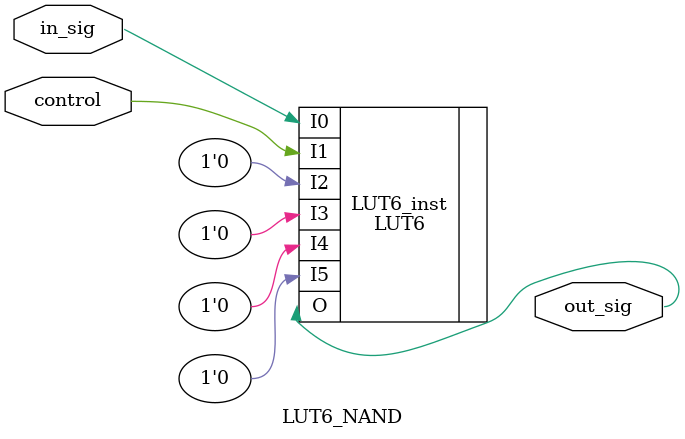
<source format=v>
module LUT6_NAND(
    input control,
    input in_sig,
    output out_sig
    );
// LUT6: 6-input Look-Up Table with general output
// 7 Series
// Xilinx HDL Language Template, version 2018.3
(* LOCK_PINS="I0:A2, I1:A6, I2:A1, I3:A3, I4:A4, I5:A5" *) // Arash: this is important to force the AND gate to be implemented with the last MUX in the LUT
LUT6 #(
 .INIT(64'h7777777777777777) // Arash: This should make a NAND
) LUT6_inst (
 .O(out_sig), // LUT general output
 .I0(in_sig), // LUT input
 .I1(control), // LUT input
 .I2(1'b0), // LUT input
 .I3(1'b0), // LUT input
 .I4(1'b0), // LUT input
 .I5(1'b0) // LUT input
);
// End of LUT6_inst instantiation
endmodule
</source>
